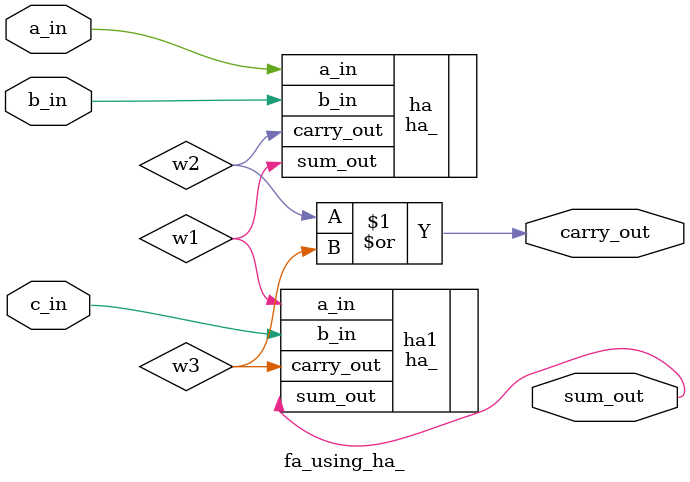
<source format=v>
`timescale 1ns / 1ps


module fa_using_ha_(sum_out,carry_out,a_in,b_in,c_in);
input a_in,b_in,c_in;
output sum_out,carry_out;
wire w1,w2,w3;
 ha_ ha(.a_in(a_in),.b_in(b_in),.carry_out(w2),.sum_out(w1));
 ha_ ha1(.a_in(w1),.b_in(c_in),.carry_out(w3),.sum_out(sum_out));
 or(carry_out,w2,w3);
endmodule

</source>
